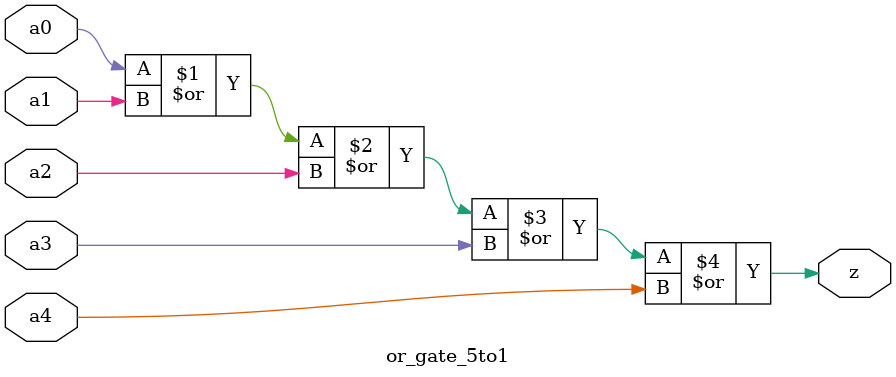
<source format=v>
module or_gate_5to1(a0, a1, a2, a3, a4, z);
    input wire a0, a1, a2, a3, a4;
    output wire z;

    assign z = (a0 | a1 | a2 | a3 | a4);
endmodule
</source>
